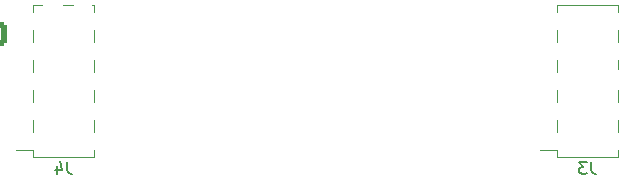
<source format=gbo>
%TF.GenerationSoftware,KiCad,Pcbnew,9.0.0*%
%TF.CreationDate,2025-05-10T22:56:34+02:00*%
%TF.ProjectId,CYPD3177_3.3V_V2_+_OLED,43595044-3331-4373-975f-332e33565f56,rev?*%
%TF.SameCoordinates,Original*%
%TF.FileFunction,Legend,Bot*%
%TF.FilePolarity,Positive*%
%FSLAX46Y46*%
G04 Gerber Fmt 4.6, Leading zero omitted, Abs format (unit mm)*
G04 Created by KiCad (PCBNEW 9.0.0) date 2025-05-10 22:56:34*
%MOMM*%
%LPD*%
G01*
G04 APERTURE LIST*
G04 Aperture macros list*
%AMRoundRect*
0 Rectangle with rounded corners*
0 $1 Rounding radius*
0 $2 $3 $4 $5 $6 $7 $8 $9 X,Y pos of 4 corners*
0 Add a 4 corners polygon primitive as box body*
4,1,4,$2,$3,$4,$5,$6,$7,$8,$9,$2,$3,0*
0 Add four circle primitives for the rounded corners*
1,1,$1+$1,$2,$3*
1,1,$1+$1,$4,$5*
1,1,$1+$1,$6,$7*
1,1,$1+$1,$8,$9*
0 Add four rect primitives between the rounded corners*
20,1,$1+$1,$2,$3,$4,$5,0*
20,1,$1+$1,$4,$5,$6,$7,0*
20,1,$1+$1,$6,$7,$8,$9,0*
20,1,$1+$1,$8,$9,$2,$3,0*%
G04 Aperture macros list end*
%ADD10C,0.150000*%
%ADD11C,0.120000*%
%ADD12R,3.150000X1.000000*%
%ADD13R,1.700000X1.700000*%
%ADD14O,1.700000X1.700000*%
%ADD15C,0.650000*%
%ADD16O,2.100000X1.000000*%
%ADD17O,1.600000X1.000000*%
%ADD18RoundRect,0.250001X-0.799999X0.799999X-0.799999X-0.799999X0.799999X-0.799999X0.799999X0.799999X0*%
%ADD19C,2.100000*%
%ADD20C,1.100000*%
%ADD21C,0.800000*%
G04 APERTURE END LIST*
D10*
X109158333Y-94854819D02*
X109158333Y-95569104D01*
X109158333Y-95569104D02*
X109205952Y-95711961D01*
X109205952Y-95711961D02*
X109301190Y-95807200D01*
X109301190Y-95807200D02*
X109444047Y-95854819D01*
X109444047Y-95854819D02*
X109539285Y-95854819D01*
X108253571Y-95188152D02*
X108253571Y-95854819D01*
X108491666Y-94807200D02*
X108729761Y-95521485D01*
X108729761Y-95521485D02*
X108110714Y-95521485D01*
X153508333Y-94854819D02*
X153508333Y-95569104D01*
X153508333Y-95569104D02*
X153555952Y-95711961D01*
X153555952Y-95711961D02*
X153651190Y-95807200D01*
X153651190Y-95807200D02*
X153794047Y-95854819D01*
X153794047Y-95854819D02*
X153889285Y-95854819D01*
X153127380Y-94854819D02*
X152508333Y-94854819D01*
X152508333Y-94854819D02*
X152841666Y-95235771D01*
X152841666Y-95235771D02*
X152698809Y-95235771D01*
X152698809Y-95235771D02*
X152603571Y-95283390D01*
X152603571Y-95283390D02*
X152555952Y-95331009D01*
X152555952Y-95331009D02*
X152508333Y-95426247D01*
X152508333Y-95426247D02*
X152508333Y-95664342D01*
X152508333Y-95664342D02*
X152555952Y-95759580D01*
X152555952Y-95759580D02*
X152603571Y-95807200D01*
X152603571Y-95807200D02*
X152698809Y-95854819D01*
X152698809Y-95854819D02*
X152984523Y-95854819D01*
X152984523Y-95854819D02*
X153079761Y-95807200D01*
X153079761Y-95807200D02*
X153127380Y-95759580D01*
D11*
X104785000Y-93830000D02*
X106225000Y-93830000D01*
X106225000Y-94400000D02*
X106225000Y-93830000D01*
X106225000Y-94400000D02*
X111425000Y-94400000D01*
X106225000Y-92310000D02*
X106225000Y-91290000D01*
X106225000Y-89770000D02*
X106225000Y-88750000D01*
X106225000Y-87230000D02*
X106225000Y-86210000D01*
X106225000Y-84690000D02*
X106225000Y-83670000D01*
X106225000Y-82150000D02*
X106225000Y-81580000D01*
X106225000Y-81580000D02*
X111425000Y-81580000D01*
X111425000Y-94400000D02*
X111425000Y-93830000D01*
X111425000Y-92310000D02*
X111425000Y-91290000D01*
X111425000Y-89770000D02*
X111425000Y-88750000D01*
X111425000Y-87230000D02*
X111425000Y-86210000D01*
X111425000Y-84690000D02*
X111425000Y-83670000D01*
X111425000Y-82150000D02*
X111425000Y-81580000D01*
X149135000Y-93830000D02*
X150575000Y-93830000D01*
X150575000Y-94400000D02*
X150575000Y-93830000D01*
X150575000Y-94400000D02*
X155775000Y-94400000D01*
X150575000Y-92310000D02*
X150575000Y-91290000D01*
X150575000Y-89770000D02*
X150575000Y-88750000D01*
X150575000Y-87230000D02*
X150575000Y-86210000D01*
X150575000Y-84690000D02*
X150575000Y-83670000D01*
X150575000Y-82150000D02*
X150575000Y-81580000D01*
X150575000Y-81580000D02*
X155775000Y-81580000D01*
X155775000Y-94400000D02*
X155775000Y-93830000D01*
X155775000Y-92310000D02*
X155775000Y-91290000D01*
X155775000Y-89770000D02*
X155775000Y-88750000D01*
X155775000Y-87230000D02*
X155775000Y-86210000D01*
X155775000Y-84690000D02*
X155775000Y-83670000D01*
X155775000Y-82150000D02*
X155775000Y-81580000D01*
%LPC*%
D12*
X106300000Y-93070000D03*
X111350000Y-93070000D03*
X106300000Y-90530000D03*
X111350000Y-90530000D03*
X106300000Y-87990000D03*
X111350000Y-87990000D03*
X106300000Y-85450000D03*
X111350000Y-85450000D03*
X106300000Y-82910000D03*
X111350000Y-82910000D03*
X150650000Y-93070000D03*
X155700000Y-93070000D03*
X150650000Y-90530000D03*
X155700000Y-90530000D03*
X150650000Y-87990000D03*
X155700000Y-87990000D03*
X150650000Y-85450000D03*
X155700000Y-85450000D03*
X150650000Y-82910000D03*
X155700000Y-82910000D03*
D13*
X107920000Y-81290000D03*
D14*
X110460000Y-81290000D03*
X113000000Y-81290000D03*
X115540000Y-81290000D03*
D15*
X156865000Y-94750000D03*
X156865000Y-88970000D03*
D16*
X156365000Y-96180000D03*
D17*
X160545000Y-96180000D03*
D16*
X156365000Y-87540000D03*
D17*
X160545000Y-87540000D03*
D18*
X103000000Y-84000000D03*
D19*
X103000000Y-86540000D03*
D13*
X125215000Y-81260000D03*
D14*
X127755000Y-81260000D03*
X130295000Y-81260000D03*
X132835000Y-81260000D03*
X135375000Y-81260000D03*
D20*
X112304037Y-87262132D03*
D21*
X109617031Y-89949138D03*
D14*
X118460000Y-84960000D03*
X118460000Y-87500000D03*
X118460000Y-90040000D03*
D13*
X118460000Y-92580000D03*
%LPD*%
M02*

</source>
